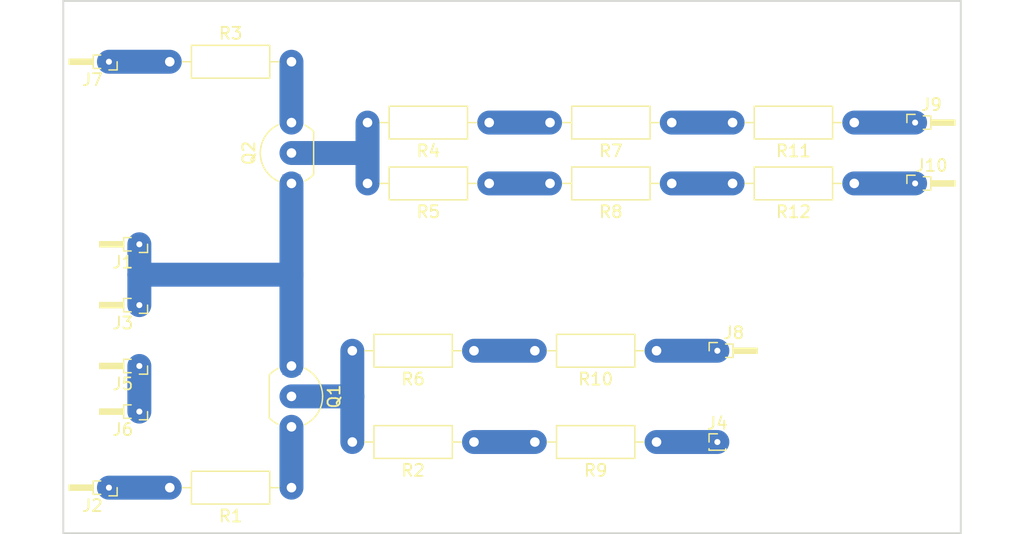
<source format=kicad_pcb>
(kicad_pcb (version 20171130) (host pcbnew "(5.0.0)")

  (general
    (thickness 1.6)
    (drawings 4)
    (tracks 26)
    (zones 0)
    (modules 24)
    (nets 19)
  )

  (page A4)
  (layers
    (0 F.Cu signal)
    (31 B.Cu signal)
    (32 B.Adhes user)
    (33 F.Adhes user)
    (34 B.Paste user)
    (35 F.Paste user)
    (36 B.SilkS user)
    (37 F.SilkS user)
    (38 B.Mask user)
    (39 F.Mask user)
    (40 Dwgs.User user)
    (41 Cmts.User user)
    (42 Eco1.User user)
    (43 Eco2.User user)
    (44 Edge.Cuts user)
    (45 Margin user)
    (46 B.CrtYd user)
    (47 F.CrtYd user)
    (48 B.Fab user)
    (49 F.Fab user)
  )

  (setup
    (last_trace_width 2)
    (trace_clearance 0.2)
    (zone_clearance 0.508)
    (zone_45_only no)
    (trace_min 0.2)
    (segment_width 0.2)
    (edge_width 0.15)
    (via_size 0.8)
    (via_drill 0.4)
    (via_min_size 0.4)
    (via_min_drill 0.3)
    (uvia_size 0.3)
    (uvia_drill 0.1)
    (uvias_allowed no)
    (uvia_min_size 0.2)
    (uvia_min_drill 0.1)
    (pcb_text_width 0.3)
    (pcb_text_size 1.5 1.5)
    (mod_edge_width 0.15)
    (mod_text_size 1 1)
    (mod_text_width 0.15)
    (pad_size 1.524 1.524)
    (pad_drill 0.762)
    (pad_to_mask_clearance 0.2)
    (aux_axis_origin 0 0)
    (visible_elements 7FFFFFFF)
    (pcbplotparams
      (layerselection 0x00000_fffffffe)
      (usegerberextensions false)
      (usegerberattributes false)
      (usegerberadvancedattributes false)
      (creategerberjobfile false)
      (excludeedgelayer false)
      (linewidth 0.100000)
      (plotframeref false)
      (viasonmask false)
      (mode 1)
      (useauxorigin false)
      (hpglpennumber 1)
      (hpglpenspeed 20)
      (hpglpendiameter 15.000000)
      (psnegative false)
      (psa4output false)
      (plotreference true)
      (plotvalue true)
      (plotinvisibletext false)
      (padsonsilk false)
      (subtractmaskfromsilk false)
      (outputformat 1)
      (mirror false)
      (drillshape 0)
      (scaleselection 1)
      (outputdirectory ""))
  )

  (net 0 "")
  (net 1 "Net-(J1-Pad1)")
  (net 2 "Net-(J2-Pad1)")
  (net 3 "Net-(J4-Pad1)")
  (net 4 "Net-(Q1-Pad2)")
  (net 5 "Net-(Q1-Pad3)")
  (net 6 "Net-(J7-Pad1)")
  (net 7 "Net-(J8-Pad1)")
  (net 8 "Net-(J9-Pad1)")
  (net 9 "Net-(J10-Pad1)")
  (net 10 "Net-(Q2-Pad2)")
  (net 11 "Net-(Q2-Pad3)")
  (net 12 "Net-(R2-Pad1)")
  (net 13 "Net-(R4-Pad1)")
  (net 14 "Net-(R5-Pad1)")
  (net 15 "Net-(R10-Pad2)")
  (net 16 "Net-(R11-Pad2)")
  (net 17 "Net-(R12-Pad2)")
  (net 18 "Net-(J5-Pad1)")

  (net_class Default "Esta es la clase de red por defecto."
    (clearance 0.2)
    (trace_width 2)
    (via_dia 0.8)
    (via_drill 0.4)
    (uvia_dia 0.3)
    (uvia_drill 0.1)
    (add_net "Net-(J1-Pad1)")
    (add_net "Net-(J10-Pad1)")
    (add_net "Net-(J2-Pad1)")
    (add_net "Net-(J4-Pad1)")
    (add_net "Net-(J5-Pad1)")
    (add_net "Net-(J7-Pad1)")
    (add_net "Net-(J8-Pad1)")
    (add_net "Net-(J9-Pad1)")
    (add_net "Net-(Q1-Pad2)")
    (add_net "Net-(Q1-Pad3)")
    (add_net "Net-(Q2-Pad2)")
    (add_net "Net-(Q2-Pad3)")
    (add_net "Net-(R10-Pad2)")
    (add_net "Net-(R11-Pad2)")
    (add_net "Net-(R12-Pad2)")
    (add_net "Net-(R2-Pad1)")
    (add_net "Net-(R4-Pad1)")
    (add_net "Net-(R5-Pad1)")
  )

  (module Connector_PinHeader_1.00mm:PinHeader_1x01_P1.00mm_Horizontal (layer F.Cu) (tedit 59FED737) (tstamp 5C0B343B)
    (at 119.38 93.98 180)
    (descr "Through hole angled pin header, 1x01, 1.00mm pitch, 2.0mm pin length, single row")
    (tags "Through hole angled pin header THT 1x01 1.00mm single row")
    (path /5BFEF0F7)
    (fp_text reference J1 (at 1.375 -1.5 180) (layer F.SilkS)
      (effects (font (size 1 1) (thickness 0.15)))
    )
    (fp_text value Conn_01x01_Female (at 1.375 1.5 180) (layer F.Fab)
      (effects (font (size 1 1) (thickness 0.15)))
    )
    (fp_line (start 0.5 -0.5) (end 1.25 -0.5) (layer F.Fab) (width 0.1))
    (fp_line (start 1.25 -0.5) (end 1.25 0.5) (layer F.Fab) (width 0.1))
    (fp_line (start 1.25 0.5) (end 0.25 0.5) (layer F.Fab) (width 0.1))
    (fp_line (start 0.25 0.5) (end 0.25 -0.25) (layer F.Fab) (width 0.1))
    (fp_line (start 0.25 -0.25) (end 0.5 -0.5) (layer F.Fab) (width 0.1))
    (fp_line (start -0.15 -0.15) (end 0.25 -0.15) (layer F.Fab) (width 0.1))
    (fp_line (start -0.15 -0.15) (end -0.15 0.15) (layer F.Fab) (width 0.1))
    (fp_line (start -0.15 0.15) (end 0.25 0.15) (layer F.Fab) (width 0.1))
    (fp_line (start 1.25 -0.15) (end 3.25 -0.15) (layer F.Fab) (width 0.1))
    (fp_line (start 3.25 -0.15) (end 3.25 0.15) (layer F.Fab) (width 0.1))
    (fp_line (start 1.25 0.15) (end 3.25 0.15) (layer F.Fab) (width 0.1))
    (fp_line (start 0.685 -0.56) (end 1.31 -0.56) (layer F.SilkS) (width 0.12))
    (fp_line (start 1.31 -0.56) (end 1.31 0.56) (layer F.SilkS) (width 0.12))
    (fp_line (start 1.31 0.56) (end 0.685 0.56) (layer F.SilkS) (width 0.12))
    (fp_line (start 1.31 -0.21) (end 3.31 -0.21) (layer F.SilkS) (width 0.12))
    (fp_line (start 3.31 -0.21) (end 3.31 0.21) (layer F.SilkS) (width 0.12))
    (fp_line (start 3.31 0.21) (end 1.31 0.21) (layer F.SilkS) (width 0.12))
    (fp_line (start 1.31 -0.15) (end 3.31 -0.15) (layer F.SilkS) (width 0.12))
    (fp_line (start 1.31 -0.03) (end 3.31 -0.03) (layer F.SilkS) (width 0.12))
    (fp_line (start 1.31 0.09) (end 3.31 0.09) (layer F.SilkS) (width 0.12))
    (fp_line (start -0.685 0) (end -0.685 -0.685) (layer F.SilkS) (width 0.12))
    (fp_line (start -0.685 -0.685) (end 0 -0.685) (layer F.SilkS) (width 0.12))
    (fp_line (start -1 -1) (end -1 1) (layer F.CrtYd) (width 0.05))
    (fp_line (start -1 1) (end 3.75 1) (layer F.CrtYd) (width 0.05))
    (fp_line (start 3.75 1) (end 3.75 -1) (layer F.CrtYd) (width 0.05))
    (fp_line (start 3.75 -1) (end -1 -1) (layer F.CrtYd) (width 0.05))
    (fp_text user %R (at 0.75 0 -90) (layer F.Fab)
      (effects (font (size 0.6 0.6) (thickness 0.09)))
    )
    (pad 1 thru_hole rect (at 0 0 180) (size 0.85 0.85) (drill 0.5) (layers *.Cu *.Mask)
      (net 1 "Net-(J1-Pad1)"))
    (model ${KISYS3DMOD}/Connector_PinHeader_1.00mm.3dshapes/PinHeader_1x01_P1.00mm_Horizontal.wrl
      (at (xyz 0 0 0))
      (scale (xyz 1 1 1))
      (rotate (xyz 0 0 0))
    )
  )

  (module Connector_PinHeader_1.00mm:PinHeader_1x01_P1.00mm_Horizontal (layer F.Cu) (tedit 59FED737) (tstamp 5C0B345B)
    (at 116.84 114.3 180)
    (descr "Through hole angled pin header, 1x01, 1.00mm pitch, 2.0mm pin length, single row")
    (tags "Through hole angled pin header THT 1x01 1.00mm single row")
    (path /5BFEF168)
    (fp_text reference J2 (at 1.375 -1.5 180) (layer F.SilkS)
      (effects (font (size 1 1) (thickness 0.15)))
    )
    (fp_text value Conn_01x01_Female (at 1.375 1.5 180) (layer F.Fab)
      (effects (font (size 1 1) (thickness 0.15)))
    )
    (fp_text user %R (at 0.524999 1.764999 270) (layer F.Fab)
      (effects (font (size 0.6 0.6) (thickness 0.09)))
    )
    (fp_line (start 3.75 -1) (end -1 -1) (layer F.CrtYd) (width 0.05))
    (fp_line (start 3.75 1) (end 3.75 -1) (layer F.CrtYd) (width 0.05))
    (fp_line (start -1 1) (end 3.75 1) (layer F.CrtYd) (width 0.05))
    (fp_line (start -1 -1) (end -1 1) (layer F.CrtYd) (width 0.05))
    (fp_line (start -0.685 -0.685) (end 0 -0.685) (layer F.SilkS) (width 0.12))
    (fp_line (start -0.685 0) (end -0.685 -0.685) (layer F.SilkS) (width 0.12))
    (fp_line (start 1.31 0.09) (end 3.31 0.09) (layer F.SilkS) (width 0.12))
    (fp_line (start 1.31 -0.03) (end 3.31 -0.03) (layer F.SilkS) (width 0.12))
    (fp_line (start 1.31 -0.15) (end 3.31 -0.15) (layer F.SilkS) (width 0.12))
    (fp_line (start 3.31 0.21) (end 1.31 0.21) (layer F.SilkS) (width 0.12))
    (fp_line (start 3.31 -0.21) (end 3.31 0.21) (layer F.SilkS) (width 0.12))
    (fp_line (start 1.31 -0.21) (end 3.31 -0.21) (layer F.SilkS) (width 0.12))
    (fp_line (start 1.31 0.56) (end 0.685 0.56) (layer F.SilkS) (width 0.12))
    (fp_line (start 1.31 -0.56) (end 1.31 0.56) (layer F.SilkS) (width 0.12))
    (fp_line (start 0.685 -0.56) (end 1.31 -0.56) (layer F.SilkS) (width 0.12))
    (fp_line (start 1.25 0.15) (end 3.25 0.15) (layer F.Fab) (width 0.1))
    (fp_line (start 3.25 -0.15) (end 3.25 0.15) (layer F.Fab) (width 0.1))
    (fp_line (start 1.25 -0.15) (end 3.25 -0.15) (layer F.Fab) (width 0.1))
    (fp_line (start -0.15 0.15) (end 0.25 0.15) (layer F.Fab) (width 0.1))
    (fp_line (start -0.15 -0.15) (end -0.15 0.15) (layer F.Fab) (width 0.1))
    (fp_line (start -0.15 -0.15) (end 0.25 -0.15) (layer F.Fab) (width 0.1))
    (fp_line (start 0.25 -0.25) (end 0.5 -0.5) (layer F.Fab) (width 0.1))
    (fp_line (start 0.25 0.5) (end 0.25 -0.25) (layer F.Fab) (width 0.1))
    (fp_line (start 1.25 0.5) (end 0.25 0.5) (layer F.Fab) (width 0.1))
    (fp_line (start 1.25 -0.5) (end 1.25 0.5) (layer F.Fab) (width 0.1))
    (fp_line (start 0.5 -0.5) (end 1.25 -0.5) (layer F.Fab) (width 0.1))
    (pad 1 thru_hole rect (at 0 0 180) (size 0.85 0.85) (drill 0.5) (layers *.Cu *.Mask)
      (net 2 "Net-(J2-Pad1)"))
    (model ${KISYS3DMOD}/Connector_PinHeader_1.00mm.3dshapes/PinHeader_1x01_P1.00mm_Horizontal.wrl
      (at (xyz 0 0 0))
      (scale (xyz 1 1 1))
      (rotate (xyz 0 0 0))
    )
  )

  (module Resistor_THT:R_Axial_DIN0207_L6.3mm_D2.5mm_P10.16mm_Horizontal (layer F.Cu) (tedit 5AE5139B) (tstamp 5C0B34C4)
    (at 132.08 114.3 180)
    (descr "Resistor, Axial_DIN0207 series, Axial, Horizontal, pin pitch=10.16mm, 0.25W = 1/4W, length*diameter=6.3*2.5mm^2, http://cdn-reichelt.de/documents/datenblatt/B400/1_4W%23YAG.pdf")
    (tags "Resistor Axial_DIN0207 series Axial Horizontal pin pitch 10.16mm 0.25W = 1/4W length 6.3mm diameter 2.5mm")
    (path /5BFEEE50)
    (fp_text reference R1 (at 5.08 -2.37 180) (layer F.SilkS)
      (effects (font (size 1 1) (thickness 0.15)))
    )
    (fp_text value R (at 5.08 2.37 180) (layer F.Fab)
      (effects (font (size 1 1) (thickness 0.15)))
    )
    (fp_text user %R (at 5.08 0 180) (layer F.Fab)
      (effects (font (size 1 1) (thickness 0.15)))
    )
    (fp_line (start 11.21 -1.5) (end -1.05 -1.5) (layer F.CrtYd) (width 0.05))
    (fp_line (start 11.21 1.5) (end 11.21 -1.5) (layer F.CrtYd) (width 0.05))
    (fp_line (start -1.05 1.5) (end 11.21 1.5) (layer F.CrtYd) (width 0.05))
    (fp_line (start -1.05 -1.5) (end -1.05 1.5) (layer F.CrtYd) (width 0.05))
    (fp_line (start 9.12 0) (end 8.35 0) (layer F.SilkS) (width 0.12))
    (fp_line (start 1.04 0) (end 1.81 0) (layer F.SilkS) (width 0.12))
    (fp_line (start 8.35 -1.37) (end 1.81 -1.37) (layer F.SilkS) (width 0.12))
    (fp_line (start 8.35 1.37) (end 8.35 -1.37) (layer F.SilkS) (width 0.12))
    (fp_line (start 1.81 1.37) (end 8.35 1.37) (layer F.SilkS) (width 0.12))
    (fp_line (start 1.81 -1.37) (end 1.81 1.37) (layer F.SilkS) (width 0.12))
    (fp_line (start 10.16 0) (end 8.23 0) (layer F.Fab) (width 0.1))
    (fp_line (start 0 0) (end 1.93 0) (layer F.Fab) (width 0.1))
    (fp_line (start 8.23 -1.25) (end 1.93 -1.25) (layer F.Fab) (width 0.1))
    (fp_line (start 8.23 1.25) (end 8.23 -1.25) (layer F.Fab) (width 0.1))
    (fp_line (start 1.93 1.25) (end 8.23 1.25) (layer F.Fab) (width 0.1))
    (fp_line (start 1.93 -1.25) (end 1.93 1.25) (layer F.Fab) (width 0.1))
    (pad 2 thru_hole oval (at 10.16 0 180) (size 1.6 1.6) (drill 0.8) (layers *.Cu *.Mask)
      (net 2 "Net-(J2-Pad1)"))
    (pad 1 thru_hole circle (at 0 0 180) (size 1.6 1.6) (drill 0.8) (layers *.Cu *.Mask)
      (net 5 "Net-(Q1-Pad3)"))
    (model ${KISYS3DMOD}/Resistor_THT.3dshapes/R_Axial_DIN0207_L6.3mm_D2.5mm_P10.16mm_Horizontal.wrl
      (at (xyz 0 0 0))
      (scale (xyz 1 1 1))
      (rotate (xyz 0 0 0))
    )
  )

  (module Resistor_THT:R_Axial_DIN0207_L6.3mm_D2.5mm_P10.16mm_Horizontal (layer F.Cu) (tedit 5AE5139B) (tstamp 5C0B34DB)
    (at 147.32 110.49 180)
    (descr "Resistor, Axial_DIN0207 series, Axial, Horizontal, pin pitch=10.16mm, 0.25W = 1/4W, length*diameter=6.3*2.5mm^2, http://cdn-reichelt.de/documents/datenblatt/B400/1_4W%23YAG.pdf")
    (tags "Resistor Axial_DIN0207 series Axial Horizontal pin pitch 10.16mm 0.25W = 1/4W length 6.3mm diameter 2.5mm")
    (path /5BFEEDED)
    (fp_text reference R2 (at 5.08 -2.37 180) (layer F.SilkS)
      (effects (font (size 1 1) (thickness 0.15)))
    )
    (fp_text value R (at 5.08 2.37 180) (layer F.Fab)
      (effects (font (size 1 1) (thickness 0.15)))
    )
    (fp_line (start 1.93 -1.25) (end 1.93 1.25) (layer F.Fab) (width 0.1))
    (fp_line (start 1.93 1.25) (end 8.23 1.25) (layer F.Fab) (width 0.1))
    (fp_line (start 8.23 1.25) (end 8.23 -1.25) (layer F.Fab) (width 0.1))
    (fp_line (start 8.23 -1.25) (end 1.93 -1.25) (layer F.Fab) (width 0.1))
    (fp_line (start 0 0) (end 1.93 0) (layer F.Fab) (width 0.1))
    (fp_line (start 10.16 0) (end 8.23 0) (layer F.Fab) (width 0.1))
    (fp_line (start 1.81 -1.37) (end 1.81 1.37) (layer F.SilkS) (width 0.12))
    (fp_line (start 1.81 1.37) (end 8.35 1.37) (layer F.SilkS) (width 0.12))
    (fp_line (start 8.35 1.37) (end 8.35 -1.37) (layer F.SilkS) (width 0.12))
    (fp_line (start 8.35 -1.37) (end 1.81 -1.37) (layer F.SilkS) (width 0.12))
    (fp_line (start 1.04 0) (end 1.81 0) (layer F.SilkS) (width 0.12))
    (fp_line (start 9.12 0) (end 8.35 0) (layer F.SilkS) (width 0.12))
    (fp_line (start -1.05 -1.5) (end -1.05 1.5) (layer F.CrtYd) (width 0.05))
    (fp_line (start -1.05 1.5) (end 11.21 1.5) (layer F.CrtYd) (width 0.05))
    (fp_line (start 11.21 1.5) (end 11.21 -1.5) (layer F.CrtYd) (width 0.05))
    (fp_line (start 11.21 -1.5) (end -1.05 -1.5) (layer F.CrtYd) (width 0.05))
    (fp_text user %R (at 5.08 0 180) (layer F.Fab)
      (effects (font (size 1 1) (thickness 0.15)))
    )
    (pad 1 thru_hole circle (at 0 0 180) (size 1.6 1.6) (drill 0.8) (layers *.Cu *.Mask)
      (net 12 "Net-(R2-Pad1)"))
    (pad 2 thru_hole oval (at 10.16 0 180) (size 1.6 1.6) (drill 0.8) (layers *.Cu *.Mask)
      (net 4 "Net-(Q1-Pad2)"))
    (model ${KISYS3DMOD}/Resistor_THT.3dshapes/R_Axial_DIN0207_L6.3mm_D2.5mm_P10.16mm_Horizontal.wrl
      (at (xyz 0 0 0))
      (scale (xyz 1 1 1))
      (rotate (xyz 0 0 0))
    )
  )

  (module Package_TO_SOT_THT:TO-92_Inline_Wide (layer F.Cu) (tedit 5A02FF81) (tstamp 5C0B6099)
    (at 132.08 104.14 270)
    (descr "TO-92 leads in-line, wide, drill 0.75mm (see NXP sot054_po.pdf)")
    (tags "to-92 sc-43 sc-43a sot54 PA33 transistor")
    (path /5BFEECEF)
    (fp_text reference Q1 (at 2.54 -3.56 270) (layer F.SilkS)
      (effects (font (size 1 1) (thickness 0.15)))
    )
    (fp_text value PN2222A (at 2.54 2.79 270) (layer F.Fab)
      (effects (font (size 1 1) (thickness 0.15)))
    )
    (fp_text user %R (at 2.54 -3.56 270) (layer F.Fab)
      (effects (font (size 1 1) (thickness 0.15)))
    )
    (fp_line (start 0.74 1.85) (end 4.34 1.85) (layer F.SilkS) (width 0.12))
    (fp_line (start 0.8 1.75) (end 4.3 1.75) (layer F.Fab) (width 0.1))
    (fp_line (start -1.01 -2.73) (end 6.09 -2.73) (layer F.CrtYd) (width 0.05))
    (fp_line (start -1.01 -2.73) (end -1.01 2.01) (layer F.CrtYd) (width 0.05))
    (fp_line (start 6.09 2.01) (end 6.09 -2.73) (layer F.CrtYd) (width 0.05))
    (fp_line (start 6.09 2.01) (end -1.01 2.01) (layer F.CrtYd) (width 0.05))
    (fp_arc (start 2.54 0) (end 0.74 1.85) (angle 20) (layer F.SilkS) (width 0.12))
    (fp_arc (start 2.54 0) (end 2.54 -2.6) (angle -65) (layer F.SilkS) (width 0.12))
    (fp_arc (start 2.54 0) (end 2.54 -2.6) (angle 65) (layer F.SilkS) (width 0.12))
    (fp_arc (start 2.54 0) (end 2.54 -2.48) (angle 135) (layer F.Fab) (width 0.1))
    (fp_arc (start 2.54 0) (end 2.54 -2.48) (angle -135) (layer F.Fab) (width 0.1))
    (fp_arc (start 2.54 0) (end 4.34 1.85) (angle -20) (layer F.SilkS) (width 0.12))
    (pad 2 thru_hole circle (at 2.54 0) (size 1.5 1.5) (drill 0.8) (layers *.Cu *.Mask)
      (net 4 "Net-(Q1-Pad2)"))
    (pad 3 thru_hole circle (at 5.08 0) (size 1.5 1.5) (drill 0.8) (layers *.Cu *.Mask)
      (net 5 "Net-(Q1-Pad3)"))
    (pad 1 thru_hole rect (at 0 0) (size 1.5 1.5) (drill 0.8) (layers *.Cu *.Mask)
      (net 1 "Net-(J1-Pad1)"))
    (model ${KISYS3DMOD}/Package_TO_SOT_THT.3dshapes/TO-92_Inline_Wide.wrl
      (at (xyz 0 0 0))
      (scale (xyz 1 1 1))
      (rotate (xyz 0 0 0))
    )
  )

  (module Connector_PinHeader_1.00mm:PinHeader_1x01_P1.00mm_Horizontal (layer F.Cu) (tedit 59FED737) (tstamp 5C80C023)
    (at 116.84 78.74 180)
    (descr "Through hole angled pin header, 1x01, 1.00mm pitch, 2.0mm pin length, single row")
    (tags "Through hole angled pin header THT 1x01 1.00mm single row")
    (path /5C746159)
    (fp_text reference J7 (at 1.375 -1.5 180) (layer F.SilkS)
      (effects (font (size 1 1) (thickness 0.15)))
    )
    (fp_text value Conn_01x01_Female (at 1.375 1.5 180) (layer F.Fab)
      (effects (font (size 1 1) (thickness 0.15)))
    )
    (fp_line (start 0.5 -0.5) (end 1.25 -0.5) (layer F.Fab) (width 0.1))
    (fp_line (start 1.25 -0.5) (end 1.25 0.5) (layer F.Fab) (width 0.1))
    (fp_line (start 1.25 0.5) (end 0.25 0.5) (layer F.Fab) (width 0.1))
    (fp_line (start 0.25 0.5) (end 0.25 -0.25) (layer F.Fab) (width 0.1))
    (fp_line (start 0.25 -0.25) (end 0.5 -0.5) (layer F.Fab) (width 0.1))
    (fp_line (start -0.15 -0.15) (end 0.25 -0.15) (layer F.Fab) (width 0.1))
    (fp_line (start -0.15 -0.15) (end -0.15 0.15) (layer F.Fab) (width 0.1))
    (fp_line (start -0.15 0.15) (end 0.25 0.15) (layer F.Fab) (width 0.1))
    (fp_line (start 1.25 -0.15) (end 3.25 -0.15) (layer F.Fab) (width 0.1))
    (fp_line (start 3.25 -0.15) (end 3.25 0.15) (layer F.Fab) (width 0.1))
    (fp_line (start 1.25 0.15) (end 3.25 0.15) (layer F.Fab) (width 0.1))
    (fp_line (start 0.685 -0.56) (end 1.31 -0.56) (layer F.SilkS) (width 0.12))
    (fp_line (start 1.31 -0.56) (end 1.31 0.56) (layer F.SilkS) (width 0.12))
    (fp_line (start 1.31 0.56) (end 0.685 0.56) (layer F.SilkS) (width 0.12))
    (fp_line (start 1.31 -0.21) (end 3.31 -0.21) (layer F.SilkS) (width 0.12))
    (fp_line (start 3.31 -0.21) (end 3.31 0.21) (layer F.SilkS) (width 0.12))
    (fp_line (start 3.31 0.21) (end 1.31 0.21) (layer F.SilkS) (width 0.12))
    (fp_line (start 1.31 -0.15) (end 3.31 -0.15) (layer F.SilkS) (width 0.12))
    (fp_line (start 1.31 -0.03) (end 3.31 -0.03) (layer F.SilkS) (width 0.12))
    (fp_line (start 1.31 0.09) (end 3.31 0.09) (layer F.SilkS) (width 0.12))
    (fp_line (start -0.685 0) (end -0.685 -0.685) (layer F.SilkS) (width 0.12))
    (fp_line (start -0.685 -0.685) (end 0 -0.685) (layer F.SilkS) (width 0.12))
    (fp_line (start -1 -1) (end -1 1) (layer F.CrtYd) (width 0.05))
    (fp_line (start -1 1) (end 3.75 1) (layer F.CrtYd) (width 0.05))
    (fp_line (start 3.75 1) (end 3.75 -1) (layer F.CrtYd) (width 0.05))
    (fp_line (start 3.75 -1) (end -1 -1) (layer F.CrtYd) (width 0.05))
    (fp_text user %R (at 0.75 0 270) (layer F.Fab)
      (effects (font (size 0.6 0.6) (thickness 0.09)))
    )
    (pad 1 thru_hole rect (at 0 0 180) (size 0.85 0.85) (drill 0.5) (layers *.Cu *.Mask)
      (net 6 "Net-(J7-Pad1)"))
    (model ${KISYS3DMOD}/Connector_PinHeader_1.00mm.3dshapes/PinHeader_1x01_P1.00mm_Horizontal.wrl
      (at (xyz 0 0 0))
      (scale (xyz 1 1 1))
      (rotate (xyz 0 0 0))
    )
  )

  (module Connector_PinHeader_1.00mm:PinHeader_1x01_P1.00mm_Horizontal (layer F.Cu) (tedit 59FED737) (tstamp 5C80C043)
    (at 167.64 102.87)
    (descr "Through hole angled pin header, 1x01, 1.00mm pitch, 2.0mm pin length, single row")
    (tags "Through hole angled pin header THT 1x01 1.00mm single row")
    (path /5C746C8E)
    (fp_text reference J8 (at 1.375 -1.5) (layer F.SilkS)
      (effects (font (size 1 1) (thickness 0.15)))
    )
    (fp_text value Conn_01x01_Female (at 1.375 1.5) (layer F.Fab)
      (effects (font (size 1 1) (thickness 0.15)))
    )
    (fp_line (start 0.5 -0.5) (end 1.25 -0.5) (layer F.Fab) (width 0.1))
    (fp_line (start 1.25 -0.5) (end 1.25 0.5) (layer F.Fab) (width 0.1))
    (fp_line (start 1.25 0.5) (end 0.25 0.5) (layer F.Fab) (width 0.1))
    (fp_line (start 0.25 0.5) (end 0.25 -0.25) (layer F.Fab) (width 0.1))
    (fp_line (start 0.25 -0.25) (end 0.5 -0.5) (layer F.Fab) (width 0.1))
    (fp_line (start -0.15 -0.15) (end 0.25 -0.15) (layer F.Fab) (width 0.1))
    (fp_line (start -0.15 -0.15) (end -0.15 0.15) (layer F.Fab) (width 0.1))
    (fp_line (start -0.15 0.15) (end 0.25 0.15) (layer F.Fab) (width 0.1))
    (fp_line (start 1.25 -0.15) (end 3.25 -0.15) (layer F.Fab) (width 0.1))
    (fp_line (start 3.25 -0.15) (end 3.25 0.15) (layer F.Fab) (width 0.1))
    (fp_line (start 1.25 0.15) (end 3.25 0.15) (layer F.Fab) (width 0.1))
    (fp_line (start 0.685 -0.56) (end 1.31 -0.56) (layer F.SilkS) (width 0.12))
    (fp_line (start 1.31 -0.56) (end 1.31 0.56) (layer F.SilkS) (width 0.12))
    (fp_line (start 1.31 0.56) (end 0.685 0.56) (layer F.SilkS) (width 0.12))
    (fp_line (start 1.31 -0.21) (end 3.31 -0.21) (layer F.SilkS) (width 0.12))
    (fp_line (start 3.31 -0.21) (end 3.31 0.21) (layer F.SilkS) (width 0.12))
    (fp_line (start 3.31 0.21) (end 1.31 0.21) (layer F.SilkS) (width 0.12))
    (fp_line (start 1.31 -0.15) (end 3.31 -0.15) (layer F.SilkS) (width 0.12))
    (fp_line (start 1.31 -0.03) (end 3.31 -0.03) (layer F.SilkS) (width 0.12))
    (fp_line (start 1.31 0.09) (end 3.31 0.09) (layer F.SilkS) (width 0.12))
    (fp_line (start -0.685 0) (end -0.685 -0.685) (layer F.SilkS) (width 0.12))
    (fp_line (start -0.685 -0.685) (end 0 -0.685) (layer F.SilkS) (width 0.12))
    (fp_line (start -1 -1) (end -1 1) (layer F.CrtYd) (width 0.05))
    (fp_line (start -1 1) (end 3.75 1) (layer F.CrtYd) (width 0.05))
    (fp_line (start 3.75 1) (end 3.75 -1) (layer F.CrtYd) (width 0.05))
    (fp_line (start 3.75 -1) (end -1 -1) (layer F.CrtYd) (width 0.05))
    (fp_text user %R (at 0.75 0 90) (layer F.Fab)
      (effects (font (size 0.6 0.6) (thickness 0.09)))
    )
    (pad 1 thru_hole rect (at 0 0) (size 0.85 0.85) (drill 0.5) (layers *.Cu *.Mask)
      (net 7 "Net-(J8-Pad1)"))
    (model ${KISYS3DMOD}/Connector_PinHeader_1.00mm.3dshapes/PinHeader_1x01_P1.00mm_Horizontal.wrl
      (at (xyz 0 0 0))
      (scale (xyz 1 1 1))
      (rotate (xyz 0 0 0))
    )
  )

  (module Connector_PinHeader_1.00mm:PinHeader_1x01_P1.00mm_Horizontal (layer F.Cu) (tedit 59FED737) (tstamp 5C80C063)
    (at 184.15 83.82)
    (descr "Through hole angled pin header, 1x01, 1.00mm pitch, 2.0mm pin length, single row")
    (tags "Through hole angled pin header THT 1x01 1.00mm single row")
    (path /5C745A93)
    (fp_text reference J9 (at 1.375 -1.5) (layer F.SilkS)
      (effects (font (size 1 1) (thickness 0.15)))
    )
    (fp_text value Conn_01x01_Female (at 1.375 1.5) (layer F.Fab)
      (effects (font (size 1 1) (thickness 0.15)))
    )
    (fp_text user %R (at 0.75 0 90) (layer F.Fab)
      (effects (font (size 0.6 0.6) (thickness 0.09)))
    )
    (fp_line (start 3.75 -1) (end -1 -1) (layer F.CrtYd) (width 0.05))
    (fp_line (start 3.75 1) (end 3.75 -1) (layer F.CrtYd) (width 0.05))
    (fp_line (start -1 1) (end 3.75 1) (layer F.CrtYd) (width 0.05))
    (fp_line (start -1 -1) (end -1 1) (layer F.CrtYd) (width 0.05))
    (fp_line (start -0.685 -0.685) (end 0 -0.685) (layer F.SilkS) (width 0.12))
    (fp_line (start -0.685 0) (end -0.685 -0.685) (layer F.SilkS) (width 0.12))
    (fp_line (start 1.31 0.09) (end 3.31 0.09) (layer F.SilkS) (width 0.12))
    (fp_line (start 1.31 -0.03) (end 3.31 -0.03) (layer F.SilkS) (width 0.12))
    (fp_line (start 1.31 -0.15) (end 3.31 -0.15) (layer F.SilkS) (width 0.12))
    (fp_line (start 3.31 0.21) (end 1.31 0.21) (layer F.SilkS) (width 0.12))
    (fp_line (start 3.31 -0.21) (end 3.31 0.21) (layer F.SilkS) (width 0.12))
    (fp_line (start 1.31 -0.21) (end 3.31 -0.21) (layer F.SilkS) (width 0.12))
    (fp_line (start 1.31 0.56) (end 0.685 0.56) (layer F.SilkS) (width 0.12))
    (fp_line (start 1.31 -0.56) (end 1.31 0.56) (layer F.SilkS) (width 0.12))
    (fp_line (start 0.685 -0.56) (end 1.31 -0.56) (layer F.SilkS) (width 0.12))
    (fp_line (start 1.25 0.15) (end 3.25 0.15) (layer F.Fab) (width 0.1))
    (fp_line (start 3.25 -0.15) (end 3.25 0.15) (layer F.Fab) (width 0.1))
    (fp_line (start 1.25 -0.15) (end 3.25 -0.15) (layer F.Fab) (width 0.1))
    (fp_line (start -0.15 0.15) (end 0.25 0.15) (layer F.Fab) (width 0.1))
    (fp_line (start -0.15 -0.15) (end -0.15 0.15) (layer F.Fab) (width 0.1))
    (fp_line (start -0.15 -0.15) (end 0.25 -0.15) (layer F.Fab) (width 0.1))
    (fp_line (start 0.25 -0.25) (end 0.5 -0.5) (layer F.Fab) (width 0.1))
    (fp_line (start 0.25 0.5) (end 0.25 -0.25) (layer F.Fab) (width 0.1))
    (fp_line (start 1.25 0.5) (end 0.25 0.5) (layer F.Fab) (width 0.1))
    (fp_line (start 1.25 -0.5) (end 1.25 0.5) (layer F.Fab) (width 0.1))
    (fp_line (start 0.5 -0.5) (end 1.25 -0.5) (layer F.Fab) (width 0.1))
    (pad 1 thru_hole rect (at 0 0) (size 0.85 0.85) (drill 0.5) (layers *.Cu *.Mask)
      (net 8 "Net-(J9-Pad1)"))
    (model ${KISYS3DMOD}/Connector_PinHeader_1.00mm.3dshapes/PinHeader_1x01_P1.00mm_Horizontal.wrl
      (at (xyz 0 0 0))
      (scale (xyz 1 1 1))
      (rotate (xyz 0 0 0))
    )
  )

  (module Connector_PinHeader_1.00mm:PinHeader_1x01_P1.00mm_Horizontal (layer F.Cu) (tedit 59FED737) (tstamp 5C80C083)
    (at 184.15 88.9)
    (descr "Through hole angled pin header, 1x01, 1.00mm pitch, 2.0mm pin length, single row")
    (tags "Through hole angled pin header THT 1x01 1.00mm single row")
    (path /5C746398)
    (fp_text reference J10 (at 1.375 -1.5) (layer F.SilkS)
      (effects (font (size 1 1) (thickness 0.15)))
    )
    (fp_text value Conn_01x01_Female (at 1.375 1.5) (layer F.Fab)
      (effects (font (size 1 1) (thickness 0.15)))
    )
    (fp_text user %R (at 0.75 0 90) (layer F.Fab)
      (effects (font (size 0.6 0.6) (thickness 0.09)))
    )
    (fp_line (start 3.75 -1) (end -1 -1) (layer F.CrtYd) (width 0.05))
    (fp_line (start 3.75 1) (end 3.75 -1) (layer F.CrtYd) (width 0.05))
    (fp_line (start -1 1) (end 3.75 1) (layer F.CrtYd) (width 0.05))
    (fp_line (start -1 -1) (end -1 1) (layer F.CrtYd) (width 0.05))
    (fp_line (start -0.685 -0.685) (end 0 -0.685) (layer F.SilkS) (width 0.12))
    (fp_line (start -0.685 0) (end -0.685 -0.685) (layer F.SilkS) (width 0.12))
    (fp_line (start 1.31 0.09) (end 3.31 0.09) (layer F.SilkS) (width 0.12))
    (fp_line (start 1.31 -0.03) (end 3.31 -0.03) (layer F.SilkS) (width 0.12))
    (fp_line (start 1.31 -0.15) (end 3.31 -0.15) (layer F.SilkS) (width 0.12))
    (fp_line (start 3.31 0.21) (end 1.31 0.21) (layer F.SilkS) (width 0.12))
    (fp_line (start 3.31 -0.21) (end 3.31 0.21) (layer F.SilkS) (width 0.12))
    (fp_line (start 1.31 -0.21) (end 3.31 -0.21) (layer F.SilkS) (width 0.12))
    (fp_line (start 1.31 0.56) (end 0.685 0.56) (layer F.SilkS) (width 0.12))
    (fp_line (start 1.31 -0.56) (end 1.31 0.56) (layer F.SilkS) (width 0.12))
    (fp_line (start 0.685 -0.56) (end 1.31 -0.56) (layer F.SilkS) (width 0.12))
    (fp_line (start 1.25 0.15) (end 3.25 0.15) (layer F.Fab) (width 0.1))
    (fp_line (start 3.25 -0.15) (end 3.25 0.15) (layer F.Fab) (width 0.1))
    (fp_line (start 1.25 -0.15) (end 3.25 -0.15) (layer F.Fab) (width 0.1))
    (fp_line (start -0.15 0.15) (end 0.25 0.15) (layer F.Fab) (width 0.1))
    (fp_line (start -0.15 -0.15) (end -0.15 0.15) (layer F.Fab) (width 0.1))
    (fp_line (start -0.15 -0.15) (end 0.25 -0.15) (layer F.Fab) (width 0.1))
    (fp_line (start 0.25 -0.25) (end 0.5 -0.5) (layer F.Fab) (width 0.1))
    (fp_line (start 0.25 0.5) (end 0.25 -0.25) (layer F.Fab) (width 0.1))
    (fp_line (start 1.25 0.5) (end 0.25 0.5) (layer F.Fab) (width 0.1))
    (fp_line (start 1.25 -0.5) (end 1.25 0.5) (layer F.Fab) (width 0.1))
    (fp_line (start 0.5 -0.5) (end 1.25 -0.5) (layer F.Fab) (width 0.1))
    (pad 1 thru_hole rect (at 0 0) (size 0.85 0.85) (drill 0.5) (layers *.Cu *.Mask)
      (net 9 "Net-(J10-Pad1)"))
    (model ${KISYS3DMOD}/Connector_PinHeader_1.00mm.3dshapes/PinHeader_1x01_P1.00mm_Horizontal.wrl
      (at (xyz 0 0 0))
      (scale (xyz 1 1 1))
      (rotate (xyz 0 0 0))
    )
  )

  (module Package_TO_SOT_THT:TO-92_Inline_Wide (layer F.Cu) (tedit 5A02FF81) (tstamp 5C80C097)
    (at 132.08 88.9 90)
    (descr "TO-92 leads in-line, wide, drill 0.75mm (see NXP sot054_po.pdf)")
    (tags "to-92 sc-43 sc-43a sot54 PA33 transistor")
    (path /5C745034)
    (fp_text reference Q2 (at 2.54 -3.56 90) (layer F.SilkS)
      (effects (font (size 1 1) (thickness 0.15)))
    )
    (fp_text value 2N3904 (at 2.54 2.79 90) (layer F.Fab)
      (effects (font (size 1 1) (thickness 0.15)))
    )
    (fp_text user %R (at 2.54 -3.56 90) (layer F.Fab)
      (effects (font (size 1 1) (thickness 0.15)))
    )
    (fp_line (start 0.74 1.85) (end 4.34 1.85) (layer F.SilkS) (width 0.12))
    (fp_line (start 0.8 1.75) (end 4.3 1.75) (layer F.Fab) (width 0.1))
    (fp_line (start -1.01 -2.73) (end 6.09 -2.73) (layer F.CrtYd) (width 0.05))
    (fp_line (start -1.01 -2.73) (end -1.01 2.01) (layer F.CrtYd) (width 0.05))
    (fp_line (start 6.09 2.01) (end 6.09 -2.73) (layer F.CrtYd) (width 0.05))
    (fp_line (start 6.09 2.01) (end -1.01 2.01) (layer F.CrtYd) (width 0.05))
    (fp_arc (start 2.54 0) (end 0.74 1.85) (angle 20) (layer F.SilkS) (width 0.12))
    (fp_arc (start 2.54 0) (end 2.54 -2.6) (angle -65) (layer F.SilkS) (width 0.12))
    (fp_arc (start 2.54 0) (end 2.54 -2.6) (angle 65) (layer F.SilkS) (width 0.12))
    (fp_arc (start 2.54 0) (end 2.54 -2.48) (angle 135) (layer F.Fab) (width 0.1))
    (fp_arc (start 2.54 0) (end 2.54 -2.48) (angle -135) (layer F.Fab) (width 0.1))
    (fp_arc (start 2.54 0) (end 4.34 1.85) (angle -20) (layer F.SilkS) (width 0.12))
    (pad 2 thru_hole circle (at 2.54 0 180) (size 1.5 1.5) (drill 0.8) (layers *.Cu *.Mask)
      (net 10 "Net-(Q2-Pad2)"))
    (pad 3 thru_hole circle (at 5.08 0 180) (size 1.5 1.5) (drill 0.8) (layers *.Cu *.Mask)
      (net 11 "Net-(Q2-Pad3)"))
    (pad 1 thru_hole rect (at 0 0 180) (size 1.5 1.5) (drill 0.8) (layers *.Cu *.Mask)
      (net 1 "Net-(J1-Pad1)"))
    (model ${KISYS3DMOD}/Package_TO_SOT_THT.3dshapes/TO-92_Inline_Wide.wrl
      (at (xyz 0 0 0))
      (scale (xyz 1 1 1))
      (rotate (xyz 0 0 0))
    )
  )

  (module Resistor_THT:R_Axial_DIN0207_L6.3mm_D2.5mm_P10.16mm_Horizontal (layer F.Cu) (tedit 5AE5139B) (tstamp 5C80C0AE)
    (at 121.92 78.74)
    (descr "Resistor, Axial_DIN0207 series, Axial, Horizontal, pin pitch=10.16mm, 0.25W = 1/4W, length*diameter=6.3*2.5mm^2, http://cdn-reichelt.de/documents/datenblatt/B400/1_4W%23YAG.pdf")
    (tags "Resistor Axial_DIN0207 series Axial Horizontal pin pitch 10.16mm 0.25W = 1/4W length 6.3mm diameter 2.5mm")
    (path /5C7460C9)
    (fp_text reference R3 (at 5.08 -2.37) (layer F.SilkS)
      (effects (font (size 1 1) (thickness 0.15)))
    )
    (fp_text value R (at 5.08 2.37) (layer F.Fab)
      (effects (font (size 1 1) (thickness 0.15)))
    )
    (fp_text user %R (at 5.08 0) (layer F.Fab)
      (effects (font (size 1 1) (thickness 0.15)))
    )
    (fp_line (start 11.21 -1.5) (end -1.05 -1.5) (layer F.CrtYd) (width 0.05))
    (fp_line (start 11.21 1.5) (end 11.21 -1.5) (layer F.CrtYd) (width 0.05))
    (fp_line (start -1.05 1.5) (end 11.21 1.5) (layer F.CrtYd) (width 0.05))
    (fp_line (start -1.05 -1.5) (end -1.05 1.5) (layer F.CrtYd) (width 0.05))
    (fp_line (start 9.12 0) (end 8.35 0) (layer F.SilkS) (width 0.12))
    (fp_line (start 1.04 0) (end 1.81 0) (layer F.SilkS) (width 0.12))
    (fp_line (start 8.35 -1.37) (end 1.81 -1.37) (layer F.SilkS) (width 0.12))
    (fp_line (start 8.35 1.37) (end 8.35 -1.37) (layer F.SilkS) (width 0.12))
    (fp_line (start 1.81 1.37) (end 8.35 1.37) (layer F.SilkS) (width 0.12))
    (fp_line (start 1.81 -1.37) (end 1.81 1.37) (layer F.SilkS) (width 0.12))
    (fp_line (start 10.16 0) (end 8.23 0) (layer F.Fab) (width 0.1))
    (fp_line (start 0 0) (end 1.93 0) (layer F.Fab) (width 0.1))
    (fp_line (start 8.23 -1.25) (end 1.93 -1.25) (layer F.Fab) (width 0.1))
    (fp_line (start 8.23 1.25) (end 8.23 -1.25) (layer F.Fab) (width 0.1))
    (fp_line (start 1.93 1.25) (end 8.23 1.25) (layer F.Fab) (width 0.1))
    (fp_line (start 1.93 -1.25) (end 1.93 1.25) (layer F.Fab) (width 0.1))
    (pad 2 thru_hole oval (at 10.16 0) (size 1.6 1.6) (drill 0.8) (layers *.Cu *.Mask)
      (net 11 "Net-(Q2-Pad3)"))
    (pad 1 thru_hole circle (at 0 0) (size 1.6 1.6) (drill 0.8) (layers *.Cu *.Mask)
      (net 6 "Net-(J7-Pad1)"))
    (model ${KISYS3DMOD}/Resistor_THT.3dshapes/R_Axial_DIN0207_L6.3mm_D2.5mm_P10.16mm_Horizontal.wrl
      (at (xyz 0 0 0))
      (scale (xyz 1 1 1))
      (rotate (xyz 0 0 0))
    )
  )

  (module Resistor_THT:R_Axial_DIN0207_L6.3mm_D2.5mm_P10.16mm_Horizontal (layer F.Cu) (tedit 5AE5139B) (tstamp 5C80C0C5)
    (at 148.59 83.82 180)
    (descr "Resistor, Axial_DIN0207 series, Axial, Horizontal, pin pitch=10.16mm, 0.25W = 1/4W, length*diameter=6.3*2.5mm^2, http://cdn-reichelt.de/documents/datenblatt/B400/1_4W%23YAG.pdf")
    (tags "Resistor Axial_DIN0207 series Axial Horizontal pin pitch 10.16mm 0.25W = 1/4W length 6.3mm diameter 2.5mm")
    (path /5C74511A)
    (fp_text reference R4 (at 5.08 -2.37 180) (layer F.SilkS)
      (effects (font (size 1 1) (thickness 0.15)))
    )
    (fp_text value R (at 5.08 2.37 180) (layer F.Fab)
      (effects (font (size 1 1) (thickness 0.15)))
    )
    (fp_text user %R (at 5.08 0 180) (layer F.Fab)
      (effects (font (size 1 1) (thickness 0.15)))
    )
    (fp_line (start 11.21 -1.5) (end -1.05 -1.5) (layer F.CrtYd) (width 0.05))
    (fp_line (start 11.21 1.5) (end 11.21 -1.5) (layer F.CrtYd) (width 0.05))
    (fp_line (start -1.05 1.5) (end 11.21 1.5) (layer F.CrtYd) (width 0.05))
    (fp_line (start -1.05 -1.5) (end -1.05 1.5) (layer F.CrtYd) (width 0.05))
    (fp_line (start 9.12 0) (end 8.35 0) (layer F.SilkS) (width 0.12))
    (fp_line (start 1.04 0) (end 1.81 0) (layer F.SilkS) (width 0.12))
    (fp_line (start 8.35 -1.37) (end 1.81 -1.37) (layer F.SilkS) (width 0.12))
    (fp_line (start 8.35 1.37) (end 8.35 -1.37) (layer F.SilkS) (width 0.12))
    (fp_line (start 1.81 1.37) (end 8.35 1.37) (layer F.SilkS) (width 0.12))
    (fp_line (start 1.81 -1.37) (end 1.81 1.37) (layer F.SilkS) (width 0.12))
    (fp_line (start 10.16 0) (end 8.23 0) (layer F.Fab) (width 0.1))
    (fp_line (start 0 0) (end 1.93 0) (layer F.Fab) (width 0.1))
    (fp_line (start 8.23 -1.25) (end 1.93 -1.25) (layer F.Fab) (width 0.1))
    (fp_line (start 8.23 1.25) (end 8.23 -1.25) (layer F.Fab) (width 0.1))
    (fp_line (start 1.93 1.25) (end 8.23 1.25) (layer F.Fab) (width 0.1))
    (fp_line (start 1.93 -1.25) (end 1.93 1.25) (layer F.Fab) (width 0.1))
    (pad 2 thru_hole oval (at 10.16 0 180) (size 1.6 1.6) (drill 0.8) (layers *.Cu *.Mask)
      (net 10 "Net-(Q2-Pad2)"))
    (pad 1 thru_hole circle (at 0 0 180) (size 1.6 1.6) (drill 0.8) (layers *.Cu *.Mask)
      (net 13 "Net-(R4-Pad1)"))
    (model ${KISYS3DMOD}/Resistor_THT.3dshapes/R_Axial_DIN0207_L6.3mm_D2.5mm_P10.16mm_Horizontal.wrl
      (at (xyz 0 0 0))
      (scale (xyz 1 1 1))
      (rotate (xyz 0 0 0))
    )
  )

  (module Resistor_THT:R_Axial_DIN0207_L6.3mm_D2.5mm_P10.16mm_Horizontal (layer F.Cu) (tedit 5AE5139B) (tstamp 5C80C0DC)
    (at 148.59 88.9 180)
    (descr "Resistor, Axial_DIN0207 series, Axial, Horizontal, pin pitch=10.16mm, 0.25W = 1/4W, length*diameter=6.3*2.5mm^2, http://cdn-reichelt.de/documents/datenblatt/B400/1_4W%23YAG.pdf")
    (tags "Resistor Axial_DIN0207 series Axial Horizontal pin pitch 10.16mm 0.25W = 1/4W length 6.3mm diameter 2.5mm")
    (path /5C7462EC)
    (fp_text reference R5 (at 5.08 -2.37 180) (layer F.SilkS)
      (effects (font (size 1 1) (thickness 0.15)))
    )
    (fp_text value R (at 5.08 2.37 180) (layer F.Fab)
      (effects (font (size 1 1) (thickness 0.15)))
    )
    (fp_text user %R (at 5.08 0 180) (layer F.Fab)
      (effects (font (size 1 1) (thickness 0.15)))
    )
    (fp_line (start 11.21 -1.5) (end -1.05 -1.5) (layer F.CrtYd) (width 0.05))
    (fp_line (start 11.21 1.5) (end 11.21 -1.5) (layer F.CrtYd) (width 0.05))
    (fp_line (start -1.05 1.5) (end 11.21 1.5) (layer F.CrtYd) (width 0.05))
    (fp_line (start -1.05 -1.5) (end -1.05 1.5) (layer F.CrtYd) (width 0.05))
    (fp_line (start 9.12 0) (end 8.35 0) (layer F.SilkS) (width 0.12))
    (fp_line (start 1.04 0) (end 1.81 0) (layer F.SilkS) (width 0.12))
    (fp_line (start 8.35 -1.37) (end 1.81 -1.37) (layer F.SilkS) (width 0.12))
    (fp_line (start 8.35 1.37) (end 8.35 -1.37) (layer F.SilkS) (width 0.12))
    (fp_line (start 1.81 1.37) (end 8.35 1.37) (layer F.SilkS) (width 0.12))
    (fp_line (start 1.81 -1.37) (end 1.81 1.37) (layer F.SilkS) (width 0.12))
    (fp_line (start 10.16 0) (end 8.23 0) (layer F.Fab) (width 0.1))
    (fp_line (start 0 0) (end 1.93 0) (layer F.Fab) (width 0.1))
    (fp_line (start 8.23 -1.25) (end 1.93 -1.25) (layer F.Fab) (width 0.1))
    (fp_line (start 8.23 1.25) (end 8.23 -1.25) (layer F.Fab) (width 0.1))
    (fp_line (start 1.93 1.25) (end 8.23 1.25) (layer F.Fab) (width 0.1))
    (fp_line (start 1.93 -1.25) (end 1.93 1.25) (layer F.Fab) (width 0.1))
    (pad 2 thru_hole oval (at 10.16 0 180) (size 1.6 1.6) (drill 0.8) (layers *.Cu *.Mask)
      (net 10 "Net-(Q2-Pad2)"))
    (pad 1 thru_hole circle (at 0 0 180) (size 1.6 1.6) (drill 0.8) (layers *.Cu *.Mask)
      (net 14 "Net-(R5-Pad1)"))
    (model ${KISYS3DMOD}/Resistor_THT.3dshapes/R_Axial_DIN0207_L6.3mm_D2.5mm_P10.16mm_Horizontal.wrl
      (at (xyz 0 0 0))
      (scale (xyz 1 1 1))
      (rotate (xyz 0 0 0))
    )
  )

  (module Resistor_THT:R_Axial_DIN0207_L6.3mm_D2.5mm_P10.16mm_Horizontal (layer F.Cu) (tedit 5AE5139B) (tstamp 5C80C0F3)
    (at 147.32 102.87 180)
    (descr "Resistor, Axial_DIN0207 series, Axial, Horizontal, pin pitch=10.16mm, 0.25W = 1/4W, length*diameter=6.3*2.5mm^2, http://cdn-reichelt.de/documents/datenblatt/B400/1_4W%23YAG.pdf")
    (tags "Resistor Axial_DIN0207 series Axial Horizontal pin pitch 10.16mm 0.25W = 1/4W length 6.3mm diameter 2.5mm")
    (path /5C746274)
    (fp_text reference R6 (at 5.08 -2.37 180) (layer F.SilkS)
      (effects (font (size 1 1) (thickness 0.15)))
    )
    (fp_text value R (at 5.08 2.37 180) (layer F.Fab)
      (effects (font (size 1 1) (thickness 0.15)))
    )
    (fp_text user %R (at 5.08 0 180) (layer F.Fab)
      (effects (font (size 1 1) (thickness 0.15)))
    )
    (fp_line (start 11.21 -1.5) (end -1.05 -1.5) (layer F.CrtYd) (width 0.05))
    (fp_line (start 11.21 1.5) (end 11.21 -1.5) (layer F.CrtYd) (width 0.05))
    (fp_line (start -1.05 1.5) (end 11.21 1.5) (layer F.CrtYd) (width 0.05))
    (fp_line (start -1.05 -1.5) (end -1.05 1.5) (layer F.CrtYd) (width 0.05))
    (fp_line (start 9.12 0) (end 8.35 0) (layer F.SilkS) (width 0.12))
    (fp_line (start 1.04 0) (end 1.81 0) (layer F.SilkS) (width 0.12))
    (fp_line (start 8.35 -1.37) (end 1.81 -1.37) (layer F.SilkS) (width 0.12))
    (fp_line (start 8.35 1.37) (end 8.35 -1.37) (layer F.SilkS) (width 0.12))
    (fp_line (start 1.81 1.37) (end 8.35 1.37) (layer F.SilkS) (width 0.12))
    (fp_line (start 1.81 -1.37) (end 1.81 1.37) (layer F.SilkS) (width 0.12))
    (fp_line (start 10.16 0) (end 8.23 0) (layer F.Fab) (width 0.1))
    (fp_line (start 0 0) (end 1.93 0) (layer F.Fab) (width 0.1))
    (fp_line (start 8.23 -1.25) (end 1.93 -1.25) (layer F.Fab) (width 0.1))
    (fp_line (start 8.23 1.25) (end 8.23 -1.25) (layer F.Fab) (width 0.1))
    (fp_line (start 1.93 1.25) (end 8.23 1.25) (layer F.Fab) (width 0.1))
    (fp_line (start 1.93 -1.25) (end 1.93 1.25) (layer F.Fab) (width 0.1))
    (pad 2 thru_hole oval (at 10.16 0 180) (size 1.6 1.6) (drill 0.8) (layers *.Cu *.Mask)
      (net 4 "Net-(Q1-Pad2)"))
    (pad 1 thru_hole circle (at 0 0 180) (size 1.6 1.6) (drill 0.8) (layers *.Cu *.Mask)
      (net 15 "Net-(R10-Pad2)"))
    (model ${KISYS3DMOD}/Resistor_THT.3dshapes/R_Axial_DIN0207_L6.3mm_D2.5mm_P10.16mm_Horizontal.wrl
      (at (xyz 0 0 0))
      (scale (xyz 1 1 1))
      (rotate (xyz 0 0 0))
    )
  )

  (module Resistor_THT:R_Axial_DIN0207_L6.3mm_D2.5mm_P10.16mm_Horizontal (layer F.Cu) (tedit 5AE5139B) (tstamp 5C80C10A)
    (at 163.83 83.82 180)
    (descr "Resistor, Axial_DIN0207 series, Axial, Horizontal, pin pitch=10.16mm, 0.25W = 1/4W, length*diameter=6.3*2.5mm^2, http://cdn-reichelt.de/documents/datenblatt/B400/1_4W%23YAG.pdf")
    (tags "Resistor Axial_DIN0207 series Axial Horizontal pin pitch 10.16mm 0.25W = 1/4W length 6.3mm diameter 2.5mm")
    (path /5C7451A1)
    (fp_text reference R7 (at 5.08 -2.37 180) (layer F.SilkS)
      (effects (font (size 1 1) (thickness 0.15)))
    )
    (fp_text value R (at 5.08 2.37 180) (layer F.Fab)
      (effects (font (size 1 1) (thickness 0.15)))
    )
    (fp_line (start 1.93 -1.25) (end 1.93 1.25) (layer F.Fab) (width 0.1))
    (fp_line (start 1.93 1.25) (end 8.23 1.25) (layer F.Fab) (width 0.1))
    (fp_line (start 8.23 1.25) (end 8.23 -1.25) (layer F.Fab) (width 0.1))
    (fp_line (start 8.23 -1.25) (end 1.93 -1.25) (layer F.Fab) (width 0.1))
    (fp_line (start 0 0) (end 1.93 0) (layer F.Fab) (width 0.1))
    (fp_line (start 10.16 0) (end 8.23 0) (layer F.Fab) (width 0.1))
    (fp_line (start 1.81 -1.37) (end 1.81 1.37) (layer F.SilkS) (width 0.12))
    (fp_line (start 1.81 1.37) (end 8.35 1.37) (layer F.SilkS) (width 0.12))
    (fp_line (start 8.35 1.37) (end 8.35 -1.37) (layer F.SilkS) (width 0.12))
    (fp_line (start 8.35 -1.37) (end 1.81 -1.37) (layer F.SilkS) (width 0.12))
    (fp_line (start 1.04 0) (end 1.81 0) (layer F.SilkS) (width 0.12))
    (fp_line (start 9.12 0) (end 8.35 0) (layer F.SilkS) (width 0.12))
    (fp_line (start -1.05 -1.5) (end -1.05 1.5) (layer F.CrtYd) (width 0.05))
    (fp_line (start -1.05 1.5) (end 11.21 1.5) (layer F.CrtYd) (width 0.05))
    (fp_line (start 11.21 1.5) (end 11.21 -1.5) (layer F.CrtYd) (width 0.05))
    (fp_line (start 11.21 -1.5) (end -1.05 -1.5) (layer F.CrtYd) (width 0.05))
    (fp_text user %R (at 5.08 0 180) (layer F.Fab)
      (effects (font (size 1 1) (thickness 0.15)))
    )
    (pad 1 thru_hole circle (at 0 0 180) (size 1.6 1.6) (drill 0.8) (layers *.Cu *.Mask)
      (net 16 "Net-(R11-Pad2)"))
    (pad 2 thru_hole oval (at 10.16 0 180) (size 1.6 1.6) (drill 0.8) (layers *.Cu *.Mask)
      (net 13 "Net-(R4-Pad1)"))
    (model ${KISYS3DMOD}/Resistor_THT.3dshapes/R_Axial_DIN0207_L6.3mm_D2.5mm_P10.16mm_Horizontal.wrl
      (at (xyz 0 0 0))
      (scale (xyz 1 1 1))
      (rotate (xyz 0 0 0))
    )
  )

  (module Resistor_THT:R_Axial_DIN0207_L6.3mm_D2.5mm_P10.16mm_Horizontal (layer F.Cu) (tedit 5AE5139B) (tstamp 5C80C121)
    (at 163.83 88.9 180)
    (descr "Resistor, Axial_DIN0207 series, Axial, Horizontal, pin pitch=10.16mm, 0.25W = 1/4W, length*diameter=6.3*2.5mm^2, http://cdn-reichelt.de/documents/datenblatt/B400/1_4W%23YAG.pdf")
    (tags "Resistor Axial_DIN0207 series Axial Horizontal pin pitch 10.16mm 0.25W = 1/4W length 6.3mm diameter 2.5mm")
    (path /5C746326)
    (fp_text reference R8 (at 5.08 -2.37 180) (layer F.SilkS)
      (effects (font (size 1 1) (thickness 0.15)))
    )
    (fp_text value R (at 5.08 2.37 180) (layer F.Fab)
      (effects (font (size 1 1) (thickness 0.15)))
    )
    (fp_line (start 1.93 -1.25) (end 1.93 1.25) (layer F.Fab) (width 0.1))
    (fp_line (start 1.93 1.25) (end 8.23 1.25) (layer F.Fab) (width 0.1))
    (fp_line (start 8.23 1.25) (end 8.23 -1.25) (layer F.Fab) (width 0.1))
    (fp_line (start 8.23 -1.25) (end 1.93 -1.25) (layer F.Fab) (width 0.1))
    (fp_line (start 0 0) (end 1.93 0) (layer F.Fab) (width 0.1))
    (fp_line (start 10.16 0) (end 8.23 0) (layer F.Fab) (width 0.1))
    (fp_line (start 1.81 -1.37) (end 1.81 1.37) (layer F.SilkS) (width 0.12))
    (fp_line (start 1.81 1.37) (end 8.35 1.37) (layer F.SilkS) (width 0.12))
    (fp_line (start 8.35 1.37) (end 8.35 -1.37) (layer F.SilkS) (width 0.12))
    (fp_line (start 8.35 -1.37) (end 1.81 -1.37) (layer F.SilkS) (width 0.12))
    (fp_line (start 1.04 0) (end 1.81 0) (layer F.SilkS) (width 0.12))
    (fp_line (start 9.12 0) (end 8.35 0) (layer F.SilkS) (width 0.12))
    (fp_line (start -1.05 -1.5) (end -1.05 1.5) (layer F.CrtYd) (width 0.05))
    (fp_line (start -1.05 1.5) (end 11.21 1.5) (layer F.CrtYd) (width 0.05))
    (fp_line (start 11.21 1.5) (end 11.21 -1.5) (layer F.CrtYd) (width 0.05))
    (fp_line (start 11.21 -1.5) (end -1.05 -1.5) (layer F.CrtYd) (width 0.05))
    (fp_text user %R (at 5.08 0 180) (layer F.Fab)
      (effects (font (size 1 1) (thickness 0.15)))
    )
    (pad 1 thru_hole circle (at 0 0 180) (size 1.6 1.6) (drill 0.8) (layers *.Cu *.Mask)
      (net 17 "Net-(R12-Pad2)"))
    (pad 2 thru_hole oval (at 10.16 0 180) (size 1.6 1.6) (drill 0.8) (layers *.Cu *.Mask)
      (net 14 "Net-(R5-Pad1)"))
    (model ${KISYS3DMOD}/Resistor_THT.3dshapes/R_Axial_DIN0207_L6.3mm_D2.5mm_P10.16mm_Horizontal.wrl
      (at (xyz 0 0 0))
      (scale (xyz 1 1 1))
      (rotate (xyz 0 0 0))
    )
  )

  (module Resistor_THT:R_Axial_DIN0207_L6.3mm_D2.5mm_P10.16mm_Horizontal (layer F.Cu) (tedit 5AE5139B) (tstamp 5C80C138)
    (at 162.56 110.49 180)
    (descr "Resistor, Axial_DIN0207 series, Axial, Horizontal, pin pitch=10.16mm, 0.25W = 1/4W, length*diameter=6.3*2.5mm^2, http://cdn-reichelt.de/documents/datenblatt/B400/1_4W%23YAG.pdf")
    (tags "Resistor Axial_DIN0207 series Axial Horizontal pin pitch 10.16mm 0.25W = 1/4W length 6.3mm diameter 2.5mm")
    (path /5C74527B)
    (fp_text reference R9 (at 5.08 -2.37 180) (layer F.SilkS)
      (effects (font (size 1 1) (thickness 0.15)))
    )
    (fp_text value R (at 5.08 2.37 180) (layer F.Fab)
      (effects (font (size 1 1) (thickness 0.15)))
    )
    (fp_text user %R (at 5.08 0 180) (layer F.Fab)
      (effects (font (size 1 1) (thickness 0.15)))
    )
    (fp_line (start 11.21 -1.5) (end -1.05 -1.5) (layer F.CrtYd) (width 0.05))
    (fp_line (start 11.21 1.5) (end 11.21 -1.5) (layer F.CrtYd) (width 0.05))
    (fp_line (start -1.05 1.5) (end 11.21 1.5) (layer F.CrtYd) (width 0.05))
    (fp_line (start -1.05 -1.5) (end -1.05 1.5) (layer F.CrtYd) (width 0.05))
    (fp_line (start 9.12 0) (end 8.35 0) (layer F.SilkS) (width 0.12))
    (fp_line (start 1.04 0) (end 1.81 0) (layer F.SilkS) (width 0.12))
    (fp_line (start 8.35 -1.37) (end 1.81 -1.37) (layer F.SilkS) (width 0.12))
    (fp_line (start 8.35 1.37) (end 8.35 -1.37) (layer F.SilkS) (width 0.12))
    (fp_line (start 1.81 1.37) (end 8.35 1.37) (layer F.SilkS) (width 0.12))
    (fp_line (start 1.81 -1.37) (end 1.81 1.37) (layer F.SilkS) (width 0.12))
    (fp_line (start 10.16 0) (end 8.23 0) (layer F.Fab) (width 0.1))
    (fp_line (start 0 0) (end 1.93 0) (layer F.Fab) (width 0.1))
    (fp_line (start 8.23 -1.25) (end 1.93 -1.25) (layer F.Fab) (width 0.1))
    (fp_line (start 8.23 1.25) (end 8.23 -1.25) (layer F.Fab) (width 0.1))
    (fp_line (start 1.93 1.25) (end 8.23 1.25) (layer F.Fab) (width 0.1))
    (fp_line (start 1.93 -1.25) (end 1.93 1.25) (layer F.Fab) (width 0.1))
    (pad 2 thru_hole oval (at 10.16 0 180) (size 1.6 1.6) (drill 0.8) (layers *.Cu *.Mask)
      (net 12 "Net-(R2-Pad1)"))
    (pad 1 thru_hole circle (at 0 0 180) (size 1.6 1.6) (drill 0.8) (layers *.Cu *.Mask)
      (net 3 "Net-(J4-Pad1)"))
    (model ${KISYS3DMOD}/Resistor_THT.3dshapes/R_Axial_DIN0207_L6.3mm_D2.5mm_P10.16mm_Horizontal.wrl
      (at (xyz 0 0 0))
      (scale (xyz 1 1 1))
      (rotate (xyz 0 0 0))
    )
  )

  (module Resistor_THT:R_Axial_DIN0207_L6.3mm_D2.5mm_P10.16mm_Horizontal (layer F.Cu) (tedit 5AE5139B) (tstamp 5C80C14F)
    (at 162.56 102.87 180)
    (descr "Resistor, Axial_DIN0207 series, Axial, Horizontal, pin pitch=10.16mm, 0.25W = 1/4W, length*diameter=6.3*2.5mm^2, http://cdn-reichelt.de/documents/datenblatt/B400/1_4W%23YAG.pdf")
    (tags "Resistor Axial_DIN0207 series Axial Horizontal pin pitch 10.16mm 0.25W = 1/4W length 6.3mm diameter 2.5mm")
    (path /5C7462AA)
    (fp_text reference R10 (at 5.08 -2.37 180) (layer F.SilkS)
      (effects (font (size 1 1) (thickness 0.15)))
    )
    (fp_text value R (at 5.08 2.37 180) (layer F.Fab)
      (effects (font (size 1 1) (thickness 0.15)))
    )
    (fp_line (start 1.93 -1.25) (end 1.93 1.25) (layer F.Fab) (width 0.1))
    (fp_line (start 1.93 1.25) (end 8.23 1.25) (layer F.Fab) (width 0.1))
    (fp_line (start 8.23 1.25) (end 8.23 -1.25) (layer F.Fab) (width 0.1))
    (fp_line (start 8.23 -1.25) (end 1.93 -1.25) (layer F.Fab) (width 0.1))
    (fp_line (start 0 0) (end 1.93 0) (layer F.Fab) (width 0.1))
    (fp_line (start 10.16 0) (end 8.23 0) (layer F.Fab) (width 0.1))
    (fp_line (start 1.81 -1.37) (end 1.81 1.37) (layer F.SilkS) (width 0.12))
    (fp_line (start 1.81 1.37) (end 8.35 1.37) (layer F.SilkS) (width 0.12))
    (fp_line (start 8.35 1.37) (end 8.35 -1.37) (layer F.SilkS) (width 0.12))
    (fp_line (start 8.35 -1.37) (end 1.81 -1.37) (layer F.SilkS) (width 0.12))
    (fp_line (start 1.04 0) (end 1.81 0) (layer F.SilkS) (width 0.12))
    (fp_line (start 9.12 0) (end 8.35 0) (layer F.SilkS) (width 0.12))
    (fp_line (start -1.05 -1.5) (end -1.05 1.5) (layer F.CrtYd) (width 0.05))
    (fp_line (start -1.05 1.5) (end 11.21 1.5) (layer F.CrtYd) (width 0.05))
    (fp_line (start 11.21 1.5) (end 11.21 -1.5) (layer F.CrtYd) (width 0.05))
    (fp_line (start 11.21 -1.5) (end -1.05 -1.5) (layer F.CrtYd) (width 0.05))
    (fp_text user %R (at 5.08 0 180) (layer F.Fab)
      (effects (font (size 1 1) (thickness 0.15)))
    )
    (pad 1 thru_hole circle (at 0 0 180) (size 1.6 1.6) (drill 0.8) (layers *.Cu *.Mask)
      (net 7 "Net-(J8-Pad1)"))
    (pad 2 thru_hole oval (at 10.16 0 180) (size 1.6 1.6) (drill 0.8) (layers *.Cu *.Mask)
      (net 15 "Net-(R10-Pad2)"))
    (model ${KISYS3DMOD}/Resistor_THT.3dshapes/R_Axial_DIN0207_L6.3mm_D2.5mm_P10.16mm_Horizontal.wrl
      (at (xyz 0 0 0))
      (scale (xyz 1 1 1))
      (rotate (xyz 0 0 0))
    )
  )

  (module Resistor_THT:R_Axial_DIN0207_L6.3mm_D2.5mm_P10.16mm_Horizontal (layer F.Cu) (tedit 5AE5139B) (tstamp 5C80C166)
    (at 179.07 83.82 180)
    (descr "Resistor, Axial_DIN0207 series, Axial, Horizontal, pin pitch=10.16mm, 0.25W = 1/4W, length*diameter=6.3*2.5mm^2, http://cdn-reichelt.de/documents/datenblatt/B400/1_4W%23YAG.pdf")
    (tags "Resistor Axial_DIN0207 series Axial Horizontal pin pitch 10.16mm 0.25W = 1/4W length 6.3mm diameter 2.5mm")
    (path /5C74521A)
    (fp_text reference R11 (at 5.08 -2.37 180) (layer F.SilkS)
      (effects (font (size 1 1) (thickness 0.15)))
    )
    (fp_text value R (at 5.08 2.37 180) (layer F.Fab)
      (effects (font (size 1 1) (thickness 0.15)))
    )
    (fp_line (start 1.93 -1.25) (end 1.93 1.25) (layer F.Fab) (width 0.1))
    (fp_line (start 1.93 1.25) (end 8.23 1.25) (layer F.Fab) (width 0.1))
    (fp_line (start 8.23 1.25) (end 8.23 -1.25) (layer F.Fab) (width 0.1))
    (fp_line (start 8.23 -1.25) (end 1.93 -1.25) (layer F.Fab) (width 0.1))
    (fp_line (start 0 0) (end 1.93 0) (layer F.Fab) (width 0.1))
    (fp_line (start 10.16 0) (end 8.23 0) (layer F.Fab) (width 0.1))
    (fp_line (start 1.81 -1.37) (end 1.81 1.37) (layer F.SilkS) (width 0.12))
    (fp_line (start 1.81 1.37) (end 8.35 1.37) (layer F.SilkS) (width 0.12))
    (fp_line (start 8.35 1.37) (end 8.35 -1.37) (layer F.SilkS) (width 0.12))
    (fp_line (start 8.35 -1.37) (end 1.81 -1.37) (layer F.SilkS) (width 0.12))
    (fp_line (start 1.04 0) (end 1.81 0) (layer F.SilkS) (width 0.12))
    (fp_line (start 9.12 0) (end 8.35 0) (layer F.SilkS) (width 0.12))
    (fp_line (start -1.05 -1.5) (end -1.05 1.5) (layer F.CrtYd) (width 0.05))
    (fp_line (start -1.05 1.5) (end 11.21 1.5) (layer F.CrtYd) (width 0.05))
    (fp_line (start 11.21 1.5) (end 11.21 -1.5) (layer F.CrtYd) (width 0.05))
    (fp_line (start 11.21 -1.5) (end -1.05 -1.5) (layer F.CrtYd) (width 0.05))
    (fp_text user %R (at 5.08 0 180) (layer F.Fab)
      (effects (font (size 1 1) (thickness 0.15)))
    )
    (pad 1 thru_hole circle (at 0 0 180) (size 1.6 1.6) (drill 0.8) (layers *.Cu *.Mask)
      (net 8 "Net-(J9-Pad1)"))
    (pad 2 thru_hole oval (at 10.16 0 180) (size 1.6 1.6) (drill 0.8) (layers *.Cu *.Mask)
      (net 16 "Net-(R11-Pad2)"))
    (model ${KISYS3DMOD}/Resistor_THT.3dshapes/R_Axial_DIN0207_L6.3mm_D2.5mm_P10.16mm_Horizontal.wrl
      (at (xyz 0 0 0))
      (scale (xyz 1 1 1))
      (rotate (xyz 0 0 0))
    )
  )

  (module Resistor_THT:R_Axial_DIN0207_L6.3mm_D2.5mm_P10.16mm_Horizontal (layer F.Cu) (tedit 5AE5139B) (tstamp 5C80C17D)
    (at 179.07 88.9 180)
    (descr "Resistor, Axial_DIN0207 series, Axial, Horizontal, pin pitch=10.16mm, 0.25W = 1/4W, length*diameter=6.3*2.5mm^2, http://cdn-reichelt.de/documents/datenblatt/B400/1_4W%23YAG.pdf")
    (tags "Resistor Axial_DIN0207 series Axial Horizontal pin pitch 10.16mm 0.25W = 1/4W length 6.3mm diameter 2.5mm")
    (path /5C74635E)
    (fp_text reference R12 (at 5.08 -2.37 180) (layer F.SilkS)
      (effects (font (size 1 1) (thickness 0.15)))
    )
    (fp_text value R (at 5.08 2.37 180) (layer F.Fab)
      (effects (font (size 1 1) (thickness 0.15)))
    )
    (fp_line (start 1.93 -1.25) (end 1.93 1.25) (layer F.Fab) (width 0.1))
    (fp_line (start 1.93 1.25) (end 8.23 1.25) (layer F.Fab) (width 0.1))
    (fp_line (start 8.23 1.25) (end 8.23 -1.25) (layer F.Fab) (width 0.1))
    (fp_line (start 8.23 -1.25) (end 1.93 -1.25) (layer F.Fab) (width 0.1))
    (fp_line (start 0 0) (end 1.93 0) (layer F.Fab) (width 0.1))
    (fp_line (start 10.16 0) (end 8.23 0) (layer F.Fab) (width 0.1))
    (fp_line (start 1.81 -1.37) (end 1.81 1.37) (layer F.SilkS) (width 0.12))
    (fp_line (start 1.81 1.37) (end 8.35 1.37) (layer F.SilkS) (width 0.12))
    (fp_line (start 8.35 1.37) (end 8.35 -1.37) (layer F.SilkS) (width 0.12))
    (fp_line (start 8.35 -1.37) (end 1.81 -1.37) (layer F.SilkS) (width 0.12))
    (fp_line (start 1.04 0) (end 1.81 0) (layer F.SilkS) (width 0.12))
    (fp_line (start 9.12 0) (end 8.35 0) (layer F.SilkS) (width 0.12))
    (fp_line (start -1.05 -1.5) (end -1.05 1.5) (layer F.CrtYd) (width 0.05))
    (fp_line (start -1.05 1.5) (end 11.21 1.5) (layer F.CrtYd) (width 0.05))
    (fp_line (start 11.21 1.5) (end 11.21 -1.5) (layer F.CrtYd) (width 0.05))
    (fp_line (start 11.21 -1.5) (end -1.05 -1.5) (layer F.CrtYd) (width 0.05))
    (fp_text user %R (at 5.08 0 180) (layer F.Fab)
      (effects (font (size 1 1) (thickness 0.15)))
    )
    (pad 1 thru_hole circle (at 0 0 180) (size 1.6 1.6) (drill 0.8) (layers *.Cu *.Mask)
      (net 9 "Net-(J10-Pad1)"))
    (pad 2 thru_hole oval (at 10.16 0 180) (size 1.6 1.6) (drill 0.8) (layers *.Cu *.Mask)
      (net 17 "Net-(R12-Pad2)"))
    (model ${KISYS3DMOD}/Resistor_THT.3dshapes/R_Axial_DIN0207_L6.3mm_D2.5mm_P10.16mm_Horizontal.wrl
      (at (xyz 0 0 0))
      (scale (xyz 1 1 1))
      (rotate (xyz 0 0 0))
    )
  )

  (module Connector_PinHeader_1.00mm:PinHeader_1x01_P1.00mm_Horizontal (layer F.Cu) (tedit 59FED737) (tstamp 5C80EC78)
    (at 119.38 99.06 180)
    (descr "Through hole angled pin header, 1x01, 1.00mm pitch, 2.0mm pin length, single row")
    (tags "Through hole angled pin header THT 1x01 1.00mm single row")
    (path /5C74C07E)
    (fp_text reference J3 (at 1.375 -1.5 180) (layer F.SilkS)
      (effects (font (size 1 1) (thickness 0.15)))
    )
    (fp_text value Conn_01x01_Female (at 1.375 1.5 180) (layer F.Fab)
      (effects (font (size 1 1) (thickness 0.15)))
    )
    (fp_line (start 0.5 -0.5) (end 1.25 -0.5) (layer F.Fab) (width 0.1))
    (fp_line (start 1.25 -0.5) (end 1.25 0.5) (layer F.Fab) (width 0.1))
    (fp_line (start 1.25 0.5) (end 0.25 0.5) (layer F.Fab) (width 0.1))
    (fp_line (start 0.25 0.5) (end 0.25 -0.25) (layer F.Fab) (width 0.1))
    (fp_line (start 0.25 -0.25) (end 0.5 -0.5) (layer F.Fab) (width 0.1))
    (fp_line (start -0.15 -0.15) (end 0.25 -0.15) (layer F.Fab) (width 0.1))
    (fp_line (start -0.15 -0.15) (end -0.15 0.15) (layer F.Fab) (width 0.1))
    (fp_line (start -0.15 0.15) (end 0.25 0.15) (layer F.Fab) (width 0.1))
    (fp_line (start 1.25 -0.15) (end 3.25 -0.15) (layer F.Fab) (width 0.1))
    (fp_line (start 3.25 -0.15) (end 3.25 0.15) (layer F.Fab) (width 0.1))
    (fp_line (start 1.25 0.15) (end 3.25 0.15) (layer F.Fab) (width 0.1))
    (fp_line (start 0.685 -0.56) (end 1.31 -0.56) (layer F.SilkS) (width 0.12))
    (fp_line (start 1.31 -0.56) (end 1.31 0.56) (layer F.SilkS) (width 0.12))
    (fp_line (start 1.31 0.56) (end 0.685 0.56) (layer F.SilkS) (width 0.12))
    (fp_line (start 1.31 -0.21) (end 3.31 -0.21) (layer F.SilkS) (width 0.12))
    (fp_line (start 3.31 -0.21) (end 3.31 0.21) (layer F.SilkS) (width 0.12))
    (fp_line (start 3.31 0.21) (end 1.31 0.21) (layer F.SilkS) (width 0.12))
    (fp_line (start 1.31 -0.15) (end 3.31 -0.15) (layer F.SilkS) (width 0.12))
    (fp_line (start 1.31 -0.03) (end 3.31 -0.03) (layer F.SilkS) (width 0.12))
    (fp_line (start 1.31 0.09) (end 3.31 0.09) (layer F.SilkS) (width 0.12))
    (fp_line (start -0.685 0) (end -0.685 -0.685) (layer F.SilkS) (width 0.12))
    (fp_line (start -0.685 -0.685) (end 0 -0.685) (layer F.SilkS) (width 0.12))
    (fp_line (start -1 -1) (end -1 1) (layer F.CrtYd) (width 0.05))
    (fp_line (start -1 1) (end 3.75 1) (layer F.CrtYd) (width 0.05))
    (fp_line (start 3.75 1) (end 3.75 -1) (layer F.CrtYd) (width 0.05))
    (fp_line (start 3.75 -1) (end -1 -1) (layer F.CrtYd) (width 0.05))
    (fp_text user %R (at 0.75 0 270) (layer F.Fab)
      (effects (font (size 0.6 0.6) (thickness 0.09)))
    )
    (pad 1 thru_hole rect (at 0 0 180) (size 0.85 0.85) (drill 0.5) (layers *.Cu *.Mask)
      (net 1 "Net-(J1-Pad1)"))
    (model ${KISYS3DMOD}/Connector_PinHeader_1.00mm.3dshapes/PinHeader_1x01_P1.00mm_Horizontal.wrl
      (at (xyz 0 0 0))
      (scale (xyz 1 1 1))
      (rotate (xyz 0 0 0))
    )
  )

  (module Connector_PinHeader_1.00mm:PinHeader_1x01_P1.00mm_Horizontal (layer F.Cu) (tedit 59FED737) (tstamp 5C80EC98)
    (at 119.38 104.14 180)
    (descr "Through hole angled pin header, 1x01, 1.00mm pitch, 2.0mm pin length, single row")
    (tags "Through hole angled pin header THT 1x01 1.00mm single row")
    (path /5C74A5CB)
    (fp_text reference J5 (at 1.375 -1.5 180) (layer F.SilkS)
      (effects (font (size 1 1) (thickness 0.15)))
    )
    (fp_text value Conn_01x01_Female (at 1.375 1.5 180) (layer F.Fab)
      (effects (font (size 1 1) (thickness 0.15)))
    )
    (fp_text user %R (at 0.75 0 270) (layer F.Fab)
      (effects (font (size 0.6 0.6) (thickness 0.09)))
    )
    (fp_line (start 3.75 -1) (end -1 -1) (layer F.CrtYd) (width 0.05))
    (fp_line (start 3.75 1) (end 3.75 -1) (layer F.CrtYd) (width 0.05))
    (fp_line (start -1 1) (end 3.75 1) (layer F.CrtYd) (width 0.05))
    (fp_line (start -1 -1) (end -1 1) (layer F.CrtYd) (width 0.05))
    (fp_line (start -0.685 -0.685) (end 0 -0.685) (layer F.SilkS) (width 0.12))
    (fp_line (start -0.685 0) (end -0.685 -0.685) (layer F.SilkS) (width 0.12))
    (fp_line (start 1.31 0.09) (end 3.31 0.09) (layer F.SilkS) (width 0.12))
    (fp_line (start 1.31 -0.03) (end 3.31 -0.03) (layer F.SilkS) (width 0.12))
    (fp_line (start 1.31 -0.15) (end 3.31 -0.15) (layer F.SilkS) (width 0.12))
    (fp_line (start 3.31 0.21) (end 1.31 0.21) (layer F.SilkS) (width 0.12))
    (fp_line (start 3.31 -0.21) (end 3.31 0.21) (layer F.SilkS) (width 0.12))
    (fp_line (start 1.31 -0.21) (end 3.31 -0.21) (layer F.SilkS) (width 0.12))
    (fp_line (start 1.31 0.56) (end 0.685 0.56) (layer F.SilkS) (width 0.12))
    (fp_line (start 1.31 -0.56) (end 1.31 0.56) (layer F.SilkS) (width 0.12))
    (fp_line (start 0.685 -0.56) (end 1.31 -0.56) (layer F.SilkS) (width 0.12))
    (fp_line (start 1.25 0.15) (end 3.25 0.15) (layer F.Fab) (width 0.1))
    (fp_line (start 3.25 -0.15) (end 3.25 0.15) (layer F.Fab) (width 0.1))
    (fp_line (start 1.25 -0.15) (end 3.25 -0.15) (layer F.Fab) (width 0.1))
    (fp_line (start -0.15 0.15) (end 0.25 0.15) (layer F.Fab) (width 0.1))
    (fp_line (start -0.15 -0.15) (end -0.15 0.15) (layer F.Fab) (width 0.1))
    (fp_line (start -0.15 -0.15) (end 0.25 -0.15) (layer F.Fab) (width 0.1))
    (fp_line (start 0.25 -0.25) (end 0.5 -0.5) (layer F.Fab) (width 0.1))
    (fp_line (start 0.25 0.5) (end 0.25 -0.25) (layer F.Fab) (width 0.1))
    (fp_line (start 1.25 0.5) (end 0.25 0.5) (layer F.Fab) (width 0.1))
    (fp_line (start 1.25 -0.5) (end 1.25 0.5) (layer F.Fab) (width 0.1))
    (fp_line (start 0.5 -0.5) (end 1.25 -0.5) (layer F.Fab) (width 0.1))
    (pad 1 thru_hole rect (at 0 0 180) (size 0.85 0.85) (drill 0.5) (layers *.Cu *.Mask)
      (net 18 "Net-(J5-Pad1)"))
    (model ${KISYS3DMOD}/Connector_PinHeader_1.00mm.3dshapes/PinHeader_1x01_P1.00mm_Horizontal.wrl
      (at (xyz 0 0 0))
      (scale (xyz 1 1 1))
      (rotate (xyz 0 0 0))
    )
  )

  (module Connector_PinHeader_1.00mm:PinHeader_1x01_P1.00mm_Horizontal (layer F.Cu) (tedit 59FED737) (tstamp 5C80EF06)
    (at 119.38 107.95 180)
    (descr "Through hole angled pin header, 1x01, 1.00mm pitch, 2.0mm pin length, single row")
    (tags "Through hole angled pin header THT 1x01 1.00mm single row")
    (path /5C74C0C0)
    (fp_text reference J6 (at 1.375 -1.5 180) (layer F.SilkS)
      (effects (font (size 1 1) (thickness 0.15)))
    )
    (fp_text value Conn_01x01_Female (at 1.375 1.5 180) (layer F.Fab)
      (effects (font (size 1 1) (thickness 0.15)))
    )
    (fp_line (start 0.5 -0.5) (end 1.25 -0.5) (layer F.Fab) (width 0.1))
    (fp_line (start 1.25 -0.5) (end 1.25 0.5) (layer F.Fab) (width 0.1))
    (fp_line (start 1.25 0.5) (end 0.25 0.5) (layer F.Fab) (width 0.1))
    (fp_line (start 0.25 0.5) (end 0.25 -0.25) (layer F.Fab) (width 0.1))
    (fp_line (start 0.25 -0.25) (end 0.5 -0.5) (layer F.Fab) (width 0.1))
    (fp_line (start -0.15 -0.15) (end 0.25 -0.15) (layer F.Fab) (width 0.1))
    (fp_line (start -0.15 -0.15) (end -0.15 0.15) (layer F.Fab) (width 0.1))
    (fp_line (start -0.15 0.15) (end 0.25 0.15) (layer F.Fab) (width 0.1))
    (fp_line (start 1.25 -0.15) (end 3.25 -0.15) (layer F.Fab) (width 0.1))
    (fp_line (start 3.25 -0.15) (end 3.25 0.15) (layer F.Fab) (width 0.1))
    (fp_line (start 1.25 0.15) (end 3.25 0.15) (layer F.Fab) (width 0.1))
    (fp_line (start 0.685 -0.56) (end 1.31 -0.56) (layer F.SilkS) (width 0.12))
    (fp_line (start 1.31 -0.56) (end 1.31 0.56) (layer F.SilkS) (width 0.12))
    (fp_line (start 1.31 0.56) (end 0.685 0.56) (layer F.SilkS) (width 0.12))
    (fp_line (start 1.31 -0.21) (end 3.31 -0.21) (layer F.SilkS) (width 0.12))
    (fp_line (start 3.31 -0.21) (end 3.31 0.21) (layer F.SilkS) (width 0.12))
    (fp_line (start 3.31 0.21) (end 1.31 0.21) (layer F.SilkS) (width 0.12))
    (fp_line (start 1.31 -0.15) (end 3.31 -0.15) (layer F.SilkS) (width 0.12))
    (fp_line (start 1.31 -0.03) (end 3.31 -0.03) (layer F.SilkS) (width 0.12))
    (fp_line (start 1.31 0.09) (end 3.31 0.09) (layer F.SilkS) (width 0.12))
    (fp_line (start -0.685 0) (end -0.685 -0.685) (layer F.SilkS) (width 0.12))
    (fp_line (start -0.685 -0.685) (end 0 -0.685) (layer F.SilkS) (width 0.12))
    (fp_line (start -1 -1) (end -1 1) (layer F.CrtYd) (width 0.05))
    (fp_line (start -1 1) (end 3.75 1) (layer F.CrtYd) (width 0.05))
    (fp_line (start 3.75 1) (end 3.75 -1) (layer F.CrtYd) (width 0.05))
    (fp_line (start 3.75 -1) (end -1 -1) (layer F.CrtYd) (width 0.05))
    (fp_text user %R (at 0.75 0 270) (layer F.Fab)
      (effects (font (size 0.6 0.6) (thickness 0.09)))
    )
    (pad 1 thru_hole rect (at 0 0 180) (size 0.85 0.85) (drill 0.5) (layers *.Cu *.Mask)
      (net 18 "Net-(J5-Pad1)"))
    (model ${KISYS3DMOD}/Connector_PinHeader_1.00mm.3dshapes/PinHeader_1x01_P1.00mm_Horizontal.wrl
      (at (xyz 0 0 0))
      (scale (xyz 1 1 1))
      (rotate (xyz 0 0 0))
    )
  )

  (module Connector_PinHeader_1.00mm:PinHeader_1x01_P1.00mm_Vertical (layer F.Cu) (tedit 59FED738) (tstamp 5C80EFB8)
    (at 167.64 110.49)
    (descr "Through hole straight pin header, 1x01, 1.00mm pitch, single row")
    (tags "Through hole pin header THT 1x01 1.00mm single row")
    (path /5BFEF05E)
    (fp_text reference J4 (at 0 -1.56) (layer F.SilkS)
      (effects (font (size 1 1) (thickness 0.15)))
    )
    (fp_text value Conn_01x01_Female (at 0 1.56) (layer F.Fab)
      (effects (font (size 1 1) (thickness 0.15)))
    )
    (fp_line (start -0.3175 -0.5) (end 0.635 -0.5) (layer F.Fab) (width 0.1))
    (fp_line (start 0.635 -0.5) (end 0.635 0.5) (layer F.Fab) (width 0.1))
    (fp_line (start 0.635 0.5) (end -0.635 0.5) (layer F.Fab) (width 0.1))
    (fp_line (start -0.635 0.5) (end -0.635 -0.1825) (layer F.Fab) (width 0.1))
    (fp_line (start -0.635 -0.1825) (end -0.3175 -0.5) (layer F.Fab) (width 0.1))
    (fp_line (start -0.695 0.685) (end 0.695 0.685) (layer F.SilkS) (width 0.12))
    (fp_line (start -0.695 0.685) (end -0.695 0.56) (layer F.SilkS) (width 0.12))
    (fp_line (start 0.695 0.685) (end 0.695 0.56) (layer F.SilkS) (width 0.12))
    (fp_line (start -0.695 0.685) (end -0.608276 0.685) (layer F.SilkS) (width 0.12))
    (fp_line (start 0.608276 0.685) (end 0.695 0.685) (layer F.SilkS) (width 0.12))
    (fp_line (start -0.695 0) (end -0.695 -0.685) (layer F.SilkS) (width 0.12))
    (fp_line (start -0.695 -0.685) (end 0 -0.685) (layer F.SilkS) (width 0.12))
    (fp_line (start -1.15 -1) (end -1.15 1) (layer F.CrtYd) (width 0.05))
    (fp_line (start -1.15 1) (end 1.15 1) (layer F.CrtYd) (width 0.05))
    (fp_line (start 1.15 1) (end 1.15 -1) (layer F.CrtYd) (width 0.05))
    (fp_line (start 1.15 -1) (end -1.15 -1) (layer F.CrtYd) (width 0.05))
    (fp_text user %R (at 0 0 90) (layer F.Fab)
      (effects (font (size 0.76 0.76) (thickness 0.114)))
    )
    (pad 1 thru_hole rect (at 0 0) (size 0.85 0.85) (drill 0.5) (layers *.Cu *.Mask)
      (net 3 "Net-(J4-Pad1)"))
    (model ${KISYS3DMOD}/Connector_PinHeader_1.00mm.3dshapes/PinHeader_1x01_P1.00mm_Vertical.wrl
      (at (xyz 0 0 0))
      (scale (xyz 1 1 1))
      (rotate (xyz 0 0 0))
    )
  )

  (gr_line (start 187.96 73.66) (end 113.03 73.66) (layer Edge.Cuts) (width 0.15))
  (gr_line (start 187.96 118.11) (end 187.96 73.66) (layer Edge.Cuts) (width 0.15))
  (gr_line (start 113.03 118.11) (end 187.96 118.11) (layer Edge.Cuts) (width 0.15))
  (gr_line (start 113.03 118.11) (end 113.03 73.66) (layer Edge.Cuts) (width 0.15))

  (segment (start 119.38 96.52) (end 132.08 96.52) (width 2) (layer B.Cu) (net 1))
  (segment (start 132.08 96.52) (end 132.08 104.14) (width 2) (layer B.Cu) (net 1))
  (segment (start 132.08 88.9) (end 132.08 96.52) (width 2) (layer B.Cu) (net 1))
  (segment (start 119.38 96.52) (end 119.38 99.06) (width 2) (layer B.Cu) (net 1))
  (segment (start 119.38 93.98) (end 119.38 96.52) (width 2) (layer B.Cu) (net 1))
  (segment (start 116.84 114.3) (end 121.92 114.3) (width 2) (layer B.Cu) (net 2))
  (segment (start 162.56 110.49) (end 167.64 110.49) (width 2) (layer B.Cu) (net 3))
  (segment (start 132.08 106.68) (end 137.16 106.68) (width 2) (layer B.Cu) (net 4))
  (segment (start 137.16 102.87) (end 137.16 106.68) (width 2) (layer B.Cu) (net 4))
  (segment (start 137.16 106.68) (end 137.16 110.49) (width 2) (layer B.Cu) (net 4))
  (segment (start 132.08 109.22) (end 132.08 114.3) (width 2) (layer B.Cu) (net 5))
  (segment (start 116.84 78.74) (end 121.92 78.74) (width 2) (layer B.Cu) (net 6))
  (segment (start 162.56 102.87) (end 167.64 102.87) (width 2) (layer B.Cu) (net 7))
  (segment (start 179.07 83.82) (end 184.15 83.82) (width 2) (layer B.Cu) (net 8))
  (segment (start 179.07 88.9) (end 184.15 88.9) (width 2) (layer B.Cu) (net 9))
  (segment (start 132.08 86.36) (end 138.43 86.36) (width 2) (layer B.Cu) (net 10))
  (segment (start 138.43 83.82) (end 138.43 86.36) (width 2) (layer B.Cu) (net 10))
  (segment (start 138.43 86.36) (end 138.43 88.9) (width 2) (layer B.Cu) (net 10))
  (segment (start 132.08 78.74) (end 132.08 83.82) (width 2) (layer B.Cu) (net 11))
  (segment (start 147.32 110.49) (end 152.4 110.49) (width 2) (layer B.Cu) (net 12))
  (segment (start 148.59 83.82) (end 153.67 83.82) (width 2) (layer B.Cu) (net 13))
  (segment (start 148.59 88.9) (end 153.67 88.9) (width 2) (layer B.Cu) (net 14))
  (segment (start 147.32 102.87) (end 152.4 102.87) (width 2) (layer B.Cu) (net 15))
  (segment (start 163.83 83.82) (end 168.91 83.82) (width 2) (layer B.Cu) (net 16))
  (segment (start 163.83 88.9) (end 168.91 88.9) (width 2) (layer B.Cu) (net 17))
  (segment (start 119.38 104.14) (end 119.38 107.95) (width 2) (layer B.Cu) (net 18))

)

</source>
